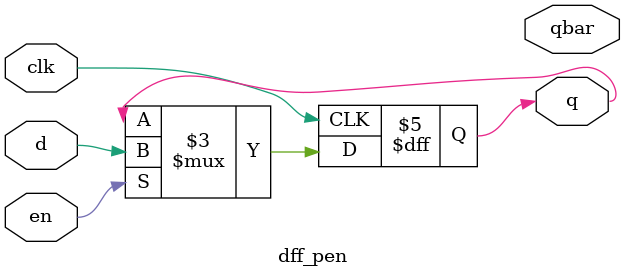
<source format=v>
module dff_pen(output reg q, output qbar, input d, input en ,input clk);
    always @(posedge clk) begin
        if( en )
            q<= d;
    end
    assign qn = ~q;
endmodule
</source>
